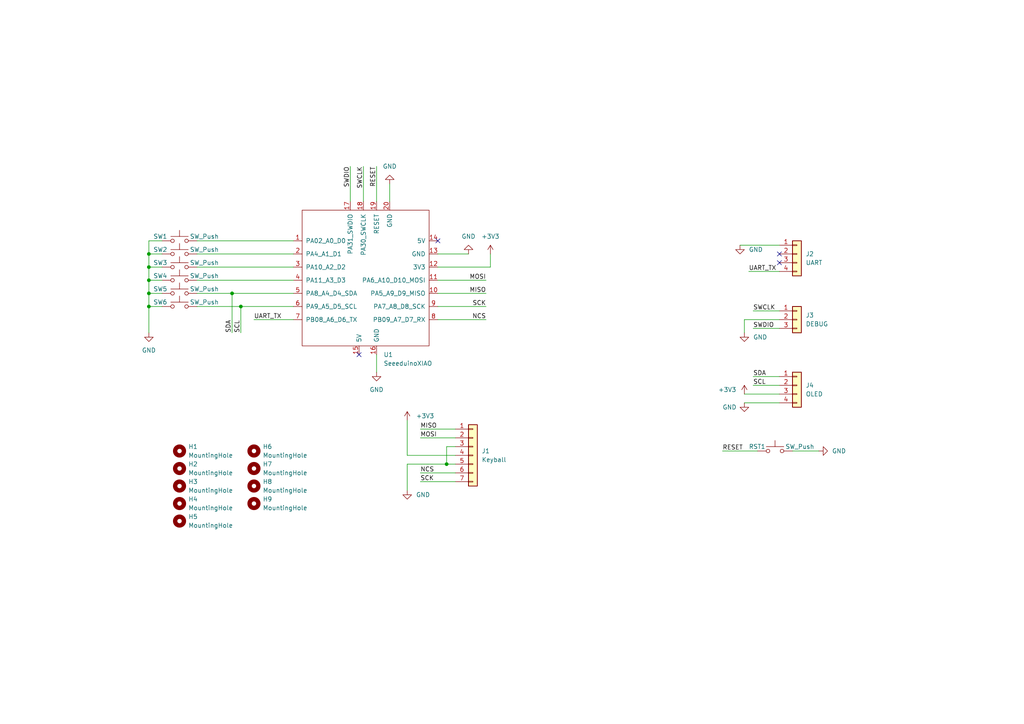
<source format=kicad_sch>
(kicad_sch (version 20211123) (generator eeschema)

  (uuid e63e39d7-6ac0-4ffd-8aa3-1841a4541b55)

  (paper "A4")

  (title_block
    (title "YUIOP/Pointing Device")
    (date "2023-01-09")
    (rev "1")
    (company "KaoriYa")
  )

  (lib_symbols
    (symbol "Connector_Generic:Conn_01x03" (pin_names (offset 1.016) hide) (in_bom yes) (on_board yes)
      (property "Reference" "J" (id 0) (at 0 5.08 0)
        (effects (font (size 1.27 1.27)))
      )
      (property "Value" "Conn_01x03" (id 1) (at 0 -5.08 0)
        (effects (font (size 1.27 1.27)))
      )
      (property "Footprint" "" (id 2) (at 0 0 0)
        (effects (font (size 1.27 1.27)) hide)
      )
      (property "Datasheet" "~" (id 3) (at 0 0 0)
        (effects (font (size 1.27 1.27)) hide)
      )
      (property "ki_keywords" "connector" (id 4) (at 0 0 0)
        (effects (font (size 1.27 1.27)) hide)
      )
      (property "ki_description" "Generic connector, single row, 01x03, script generated (kicad-library-utils/schlib/autogen/connector/)" (id 5) (at 0 0 0)
        (effects (font (size 1.27 1.27)) hide)
      )
      (property "ki_fp_filters" "Connector*:*_1x??_*" (id 6) (at 0 0 0)
        (effects (font (size 1.27 1.27)) hide)
      )
      (symbol "Conn_01x03_1_1"
        (rectangle (start -1.27 -2.413) (end 0 -2.667)
          (stroke (width 0.1524) (type default) (color 0 0 0 0))
          (fill (type none))
        )
        (rectangle (start -1.27 0.127) (end 0 -0.127)
          (stroke (width 0.1524) (type default) (color 0 0 0 0))
          (fill (type none))
        )
        (rectangle (start -1.27 2.667) (end 0 2.413)
          (stroke (width 0.1524) (type default) (color 0 0 0 0))
          (fill (type none))
        )
        (rectangle (start -1.27 3.81) (end 1.27 -3.81)
          (stroke (width 0.254) (type default) (color 0 0 0 0))
          (fill (type background))
        )
        (pin passive line (at -5.08 2.54 0) (length 3.81)
          (name "Pin_1" (effects (font (size 1.27 1.27))))
          (number "1" (effects (font (size 1.27 1.27))))
        )
        (pin passive line (at -5.08 0 0) (length 3.81)
          (name "Pin_2" (effects (font (size 1.27 1.27))))
          (number "2" (effects (font (size 1.27 1.27))))
        )
        (pin passive line (at -5.08 -2.54 0) (length 3.81)
          (name "Pin_3" (effects (font (size 1.27 1.27))))
          (number "3" (effects (font (size 1.27 1.27))))
        )
      )
    )
    (symbol "Connector_Generic:Conn_01x04" (pin_names (offset 1.016) hide) (in_bom yes) (on_board yes)
      (property "Reference" "J" (id 0) (at 0 5.08 0)
        (effects (font (size 1.27 1.27)))
      )
      (property "Value" "Conn_01x04" (id 1) (at 0 -7.62 0)
        (effects (font (size 1.27 1.27)))
      )
      (property "Footprint" "" (id 2) (at 0 0 0)
        (effects (font (size 1.27 1.27)) hide)
      )
      (property "Datasheet" "~" (id 3) (at 0 0 0)
        (effects (font (size 1.27 1.27)) hide)
      )
      (property "ki_keywords" "connector" (id 4) (at 0 0 0)
        (effects (font (size 1.27 1.27)) hide)
      )
      (property "ki_description" "Generic connector, single row, 01x04, script generated (kicad-library-utils/schlib/autogen/connector/)" (id 5) (at 0 0 0)
        (effects (font (size 1.27 1.27)) hide)
      )
      (property "ki_fp_filters" "Connector*:*_1x??_*" (id 6) (at 0 0 0)
        (effects (font (size 1.27 1.27)) hide)
      )
      (symbol "Conn_01x04_1_1"
        (rectangle (start -1.27 -4.953) (end 0 -5.207)
          (stroke (width 0.1524) (type default) (color 0 0 0 0))
          (fill (type none))
        )
        (rectangle (start -1.27 -2.413) (end 0 -2.667)
          (stroke (width 0.1524) (type default) (color 0 0 0 0))
          (fill (type none))
        )
        (rectangle (start -1.27 0.127) (end 0 -0.127)
          (stroke (width 0.1524) (type default) (color 0 0 0 0))
          (fill (type none))
        )
        (rectangle (start -1.27 2.667) (end 0 2.413)
          (stroke (width 0.1524) (type default) (color 0 0 0 0))
          (fill (type none))
        )
        (rectangle (start -1.27 3.81) (end 1.27 -6.35)
          (stroke (width 0.254) (type default) (color 0 0 0 0))
          (fill (type background))
        )
        (pin passive line (at -5.08 2.54 0) (length 3.81)
          (name "Pin_1" (effects (font (size 1.27 1.27))))
          (number "1" (effects (font (size 1.27 1.27))))
        )
        (pin passive line (at -5.08 0 0) (length 3.81)
          (name "Pin_2" (effects (font (size 1.27 1.27))))
          (number "2" (effects (font (size 1.27 1.27))))
        )
        (pin passive line (at -5.08 -2.54 0) (length 3.81)
          (name "Pin_3" (effects (font (size 1.27 1.27))))
          (number "3" (effects (font (size 1.27 1.27))))
        )
        (pin passive line (at -5.08 -5.08 0) (length 3.81)
          (name "Pin_4" (effects (font (size 1.27 1.27))))
          (number "4" (effects (font (size 1.27 1.27))))
        )
      )
    )
    (symbol "Connector_Generic:Conn_01x07" (pin_names (offset 1.016) hide) (in_bom yes) (on_board yes)
      (property "Reference" "J" (id 0) (at 0 10.16 0)
        (effects (font (size 1.27 1.27)))
      )
      (property "Value" "Conn_01x07" (id 1) (at 0 -10.16 0)
        (effects (font (size 1.27 1.27)))
      )
      (property "Footprint" "" (id 2) (at 0 0 0)
        (effects (font (size 1.27 1.27)) hide)
      )
      (property "Datasheet" "~" (id 3) (at 0 0 0)
        (effects (font (size 1.27 1.27)) hide)
      )
      (property "ki_keywords" "connector" (id 4) (at 0 0 0)
        (effects (font (size 1.27 1.27)) hide)
      )
      (property "ki_description" "Generic connector, single row, 01x07, script generated (kicad-library-utils/schlib/autogen/connector/)" (id 5) (at 0 0 0)
        (effects (font (size 1.27 1.27)) hide)
      )
      (property "ki_fp_filters" "Connector*:*_1x??_*" (id 6) (at 0 0 0)
        (effects (font (size 1.27 1.27)) hide)
      )
      (symbol "Conn_01x07_1_1"
        (rectangle (start -1.27 -7.493) (end 0 -7.747)
          (stroke (width 0.1524) (type default) (color 0 0 0 0))
          (fill (type none))
        )
        (rectangle (start -1.27 -4.953) (end 0 -5.207)
          (stroke (width 0.1524) (type default) (color 0 0 0 0))
          (fill (type none))
        )
        (rectangle (start -1.27 -2.413) (end 0 -2.667)
          (stroke (width 0.1524) (type default) (color 0 0 0 0))
          (fill (type none))
        )
        (rectangle (start -1.27 0.127) (end 0 -0.127)
          (stroke (width 0.1524) (type default) (color 0 0 0 0))
          (fill (type none))
        )
        (rectangle (start -1.27 2.667) (end 0 2.413)
          (stroke (width 0.1524) (type default) (color 0 0 0 0))
          (fill (type none))
        )
        (rectangle (start -1.27 5.207) (end 0 4.953)
          (stroke (width 0.1524) (type default) (color 0 0 0 0))
          (fill (type none))
        )
        (rectangle (start -1.27 7.747) (end 0 7.493)
          (stroke (width 0.1524) (type default) (color 0 0 0 0))
          (fill (type none))
        )
        (rectangle (start -1.27 8.89) (end 1.27 -8.89)
          (stroke (width 0.254) (type default) (color 0 0 0 0))
          (fill (type background))
        )
        (pin passive line (at -5.08 7.62 0) (length 3.81)
          (name "Pin_1" (effects (font (size 1.27 1.27))))
          (number "1" (effects (font (size 1.27 1.27))))
        )
        (pin passive line (at -5.08 5.08 0) (length 3.81)
          (name "Pin_2" (effects (font (size 1.27 1.27))))
          (number "2" (effects (font (size 1.27 1.27))))
        )
        (pin passive line (at -5.08 2.54 0) (length 3.81)
          (name "Pin_3" (effects (font (size 1.27 1.27))))
          (number "3" (effects (font (size 1.27 1.27))))
        )
        (pin passive line (at -5.08 0 0) (length 3.81)
          (name "Pin_4" (effects (font (size 1.27 1.27))))
          (number "4" (effects (font (size 1.27 1.27))))
        )
        (pin passive line (at -5.08 -2.54 0) (length 3.81)
          (name "Pin_5" (effects (font (size 1.27 1.27))))
          (number "5" (effects (font (size 1.27 1.27))))
        )
        (pin passive line (at -5.08 -5.08 0) (length 3.81)
          (name "Pin_6" (effects (font (size 1.27 1.27))))
          (number "6" (effects (font (size 1.27 1.27))))
        )
        (pin passive line (at -5.08 -7.62 0) (length 3.81)
          (name "Pin_7" (effects (font (size 1.27 1.27))))
          (number "7" (effects (font (size 1.27 1.27))))
        )
      )
    )
    (symbol "Mechanical:MountingHole" (pin_names (offset 1.016)) (in_bom yes) (on_board yes)
      (property "Reference" "H" (id 0) (at 0 5.08 0)
        (effects (font (size 1.27 1.27)))
      )
      (property "Value" "MountingHole" (id 1) (at 0 3.175 0)
        (effects (font (size 1.27 1.27)))
      )
      (property "Footprint" "" (id 2) (at 0 0 0)
        (effects (font (size 1.27 1.27)) hide)
      )
      (property "Datasheet" "~" (id 3) (at 0 0 0)
        (effects (font (size 1.27 1.27)) hide)
      )
      (property "ki_keywords" "mounting hole" (id 4) (at 0 0 0)
        (effects (font (size 1.27 1.27)) hide)
      )
      (property "ki_description" "Mounting Hole without connection" (id 5) (at 0 0 0)
        (effects (font (size 1.27 1.27)) hide)
      )
      (property "ki_fp_filters" "MountingHole*" (id 6) (at 0 0 0)
        (effects (font (size 1.27 1.27)) hide)
      )
      (symbol "MountingHole_0_1"
        (circle (center 0 0) (radius 1.27)
          (stroke (width 1.27) (type default) (color 0 0 0 0))
          (fill (type none))
        )
      )
    )
    (symbol "Seeeduino XIAO:SeeeduinoXIAO" (pin_names (offset 1.016)) (in_bom yes) (on_board yes)
      (property "Reference" "U" (id 0) (at -19.05 22.86 0)
        (effects (font (size 1.27 1.27)))
      )
      (property "Value" "SeeeduinoXIAO" (id 1) (at -12.7 21.59 0)
        (effects (font (size 1.27 1.27)))
      )
      (property "Footprint" "" (id 2) (at -8.89 5.08 0)
        (effects (font (size 1.27 1.27)) hide)
      )
      (property "Datasheet" "" (id 3) (at -8.89 5.08 0)
        (effects (font (size 1.27 1.27)) hide)
      )
      (symbol "SeeeduinoXIAO_0_1"
        (rectangle (start -19.05 20.32) (end 17.78 -19.05)
          (stroke (width 0) (type default) (color 0 0 0 0))
          (fill (type none))
        )
      )
      (symbol "SeeeduinoXIAO_1_1"
        (pin bidirectional line (at -21.59 11.43 0) (length 2.54)
          (name "PA02_A0_D0" (effects (font (size 1.27 1.27))))
          (number "1" (effects (font (size 1.27 1.27))))
        )
        (pin bidirectional line (at 20.32 -3.81 180) (length 2.54)
          (name "PA5_A9_D9_MISO" (effects (font (size 1.27 1.27))))
          (number "10" (effects (font (size 1.27 1.27))))
        )
        (pin bidirectional line (at 20.32 0 180) (length 2.54)
          (name "PA6_A10_D10_MOSI" (effects (font (size 1.27 1.27))))
          (number "11" (effects (font (size 1.27 1.27))))
        )
        (pin power_out line (at 20.32 3.81 180) (length 2.54)
          (name "3V3" (effects (font (size 1.27 1.27))))
          (number "12" (effects (font (size 1.27 1.27))))
        )
        (pin power_out line (at 20.32 7.62 180) (length 2.54)
          (name "GND" (effects (font (size 1.27 1.27))))
          (number "13" (effects (font (size 1.27 1.27))))
        )
        (pin power_out line (at 20.32 11.43 180) (length 2.54)
          (name "5V" (effects (font (size 1.27 1.27))))
          (number "14" (effects (font (size 1.27 1.27))))
        )
        (pin passive line (at -2.54 -21.59 90) (length 2.54)
          (name "5V" (effects (font (size 1.27 1.27))))
          (number "15" (effects (font (size 1.27 1.27))))
        )
        (pin passive line (at 2.54 -21.59 90) (length 2.54)
          (name "GND" (effects (font (size 1.27 1.27))))
          (number "16" (effects (font (size 1.27 1.27))))
        )
        (pin input line (at -5.08 22.86 270) (length 2.54)
          (name "PA31_SWDIO" (effects (font (size 1.27 1.27))))
          (number "17" (effects (font (size 1.27 1.27))))
        )
        (pin input line (at -1.27 22.86 270) (length 2.54)
          (name "PA30_SWCLK" (effects (font (size 1.27 1.27))))
          (number "18" (effects (font (size 1.27 1.27))))
        )
        (pin input line (at 2.54 22.86 270) (length 2.54)
          (name "RESET" (effects (font (size 1.27 1.27))))
          (number "19" (effects (font (size 1.27 1.27))))
        )
        (pin bidirectional line (at -21.59 7.62 0) (length 2.54)
          (name "PA4_A1_D1" (effects (font (size 1.27 1.27))))
          (number "2" (effects (font (size 1.27 1.27))))
        )
        (pin passive line (at 6.35 22.86 270) (length 2.54)
          (name "GND" (effects (font (size 1.27 1.27))))
          (number "20" (effects (font (size 1.27 1.27))))
        )
        (pin bidirectional line (at -21.59 3.81 0) (length 2.54)
          (name "PA10_A2_D2" (effects (font (size 1.27 1.27))))
          (number "3" (effects (font (size 1.27 1.27))))
        )
        (pin bidirectional line (at -21.59 0 0) (length 2.54)
          (name "PA11_A3_D3" (effects (font (size 1.27 1.27))))
          (number "4" (effects (font (size 1.27 1.27))))
        )
        (pin bidirectional line (at -21.59 -3.81 0) (length 2.54)
          (name "PA8_A4_D4_SDA" (effects (font (size 1.27 1.27))))
          (number "5" (effects (font (size 1.27 1.27))))
        )
        (pin bidirectional line (at -21.59 -7.62 0) (length 2.54)
          (name "PA9_A5_D5_SCL" (effects (font (size 1.27 1.27))))
          (number "6" (effects (font (size 1.27 1.27))))
        )
        (pin bidirectional line (at -21.59 -11.43 0) (length 2.54)
          (name "PB08_A6_D6_TX" (effects (font (size 1.27 1.27))))
          (number "7" (effects (font (size 1.27 1.27))))
        )
        (pin bidirectional line (at 20.32 -11.43 180) (length 2.54)
          (name "PB09_A7_D7_RX" (effects (font (size 1.27 1.27))))
          (number "8" (effects (font (size 1.27 1.27))))
        )
        (pin bidirectional line (at 20.32 -7.62 180) (length 2.54)
          (name "PA7_A8_D8_SCK" (effects (font (size 1.27 1.27))))
          (number "9" (effects (font (size 1.27 1.27))))
        )
      )
    )
    (symbol "Switch:SW_Push" (pin_numbers hide) (pin_names (offset 1.016) hide) (in_bom yes) (on_board yes)
      (property "Reference" "SW" (id 0) (at 1.27 2.54 0)
        (effects (font (size 1.27 1.27)) (justify left))
      )
      (property "Value" "SW_Push" (id 1) (at 0 -1.524 0)
        (effects (font (size 1.27 1.27)))
      )
      (property "Footprint" "" (id 2) (at 0 5.08 0)
        (effects (font (size 1.27 1.27)) hide)
      )
      (property "Datasheet" "~" (id 3) (at 0 5.08 0)
        (effects (font (size 1.27 1.27)) hide)
      )
      (property "ki_keywords" "switch normally-open pushbutton push-button" (id 4) (at 0 0 0)
        (effects (font (size 1.27 1.27)) hide)
      )
      (property "ki_description" "Push button switch, generic, two pins" (id 5) (at 0 0 0)
        (effects (font (size 1.27 1.27)) hide)
      )
      (symbol "SW_Push_0_1"
        (circle (center -2.032 0) (radius 0.508)
          (stroke (width 0) (type default) (color 0 0 0 0))
          (fill (type none))
        )
        (polyline
          (pts
            (xy 0 1.27)
            (xy 0 3.048)
          )
          (stroke (width 0) (type default) (color 0 0 0 0))
          (fill (type none))
        )
        (polyline
          (pts
            (xy 2.54 1.27)
            (xy -2.54 1.27)
          )
          (stroke (width 0) (type default) (color 0 0 0 0))
          (fill (type none))
        )
        (circle (center 2.032 0) (radius 0.508)
          (stroke (width 0) (type default) (color 0 0 0 0))
          (fill (type none))
        )
        (pin passive line (at -5.08 0 0) (length 2.54)
          (name "1" (effects (font (size 1.27 1.27))))
          (number "1" (effects (font (size 1.27 1.27))))
        )
        (pin passive line (at 5.08 0 180) (length 2.54)
          (name "2" (effects (font (size 1.27 1.27))))
          (number "2" (effects (font (size 1.27 1.27))))
        )
      )
    )
    (symbol "power:+3.3V" (power) (pin_names (offset 0)) (in_bom yes) (on_board yes)
      (property "Reference" "#PWR" (id 0) (at 0 -3.81 0)
        (effects (font (size 1.27 1.27)) hide)
      )
      (property "Value" "+3.3V" (id 1) (at 0 3.556 0)
        (effects (font (size 1.27 1.27)))
      )
      (property "Footprint" "" (id 2) (at 0 0 0)
        (effects (font (size 1.27 1.27)) hide)
      )
      (property "Datasheet" "" (id 3) (at 0 0 0)
        (effects (font (size 1.27 1.27)) hide)
      )
      (property "ki_keywords" "power-flag" (id 4) (at 0 0 0)
        (effects (font (size 1.27 1.27)) hide)
      )
      (property "ki_description" "Power symbol creates a global label with name \"+3.3V\"" (id 5) (at 0 0 0)
        (effects (font (size 1.27 1.27)) hide)
      )
      (symbol "+3.3V_0_1"
        (polyline
          (pts
            (xy -0.762 1.27)
            (xy 0 2.54)
          )
          (stroke (width 0) (type default) (color 0 0 0 0))
          (fill (type none))
        )
        (polyline
          (pts
            (xy 0 0)
            (xy 0 2.54)
          )
          (stroke (width 0) (type default) (color 0 0 0 0))
          (fill (type none))
        )
        (polyline
          (pts
            (xy 0 2.54)
            (xy 0.762 1.27)
          )
          (stroke (width 0) (type default) (color 0 0 0 0))
          (fill (type none))
        )
      )
      (symbol "+3.3V_1_1"
        (pin power_in line (at 0 0 90) (length 0) hide
          (name "+3V3" (effects (font (size 1.27 1.27))))
          (number "1" (effects (font (size 1.27 1.27))))
        )
      )
    )
    (symbol "power:GND" (power) (pin_names (offset 0)) (in_bom yes) (on_board yes)
      (property "Reference" "#PWR" (id 0) (at 0 -6.35 0)
        (effects (font (size 1.27 1.27)) hide)
      )
      (property "Value" "GND" (id 1) (at 0 -3.81 0)
        (effects (font (size 1.27 1.27)))
      )
      (property "Footprint" "" (id 2) (at 0 0 0)
        (effects (font (size 1.27 1.27)) hide)
      )
      (property "Datasheet" "" (id 3) (at 0 0 0)
        (effects (font (size 1.27 1.27)) hide)
      )
      (property "ki_keywords" "power-flag" (id 4) (at 0 0 0)
        (effects (font (size 1.27 1.27)) hide)
      )
      (property "ki_description" "Power symbol creates a global label with name \"GND\" , ground" (id 5) (at 0 0 0)
        (effects (font (size 1.27 1.27)) hide)
      )
      (symbol "GND_0_1"
        (polyline
          (pts
            (xy 0 0)
            (xy 0 -1.27)
            (xy 1.27 -1.27)
            (xy 0 -2.54)
            (xy -1.27 -1.27)
            (xy 0 -1.27)
          )
          (stroke (width 0) (type default) (color 0 0 0 0))
          (fill (type none))
        )
      )
      (symbol "GND_1_1"
        (pin power_in line (at 0 0 270) (length 0) hide
          (name "GND" (effects (font (size 1.27 1.27))))
          (number "1" (effects (font (size 1.27 1.27))))
        )
      )
    )
  )

  (junction (at 67.31 85.09) (diameter 0) (color 0 0 0 0)
    (uuid 378a93fc-0d77-4c8d-9e01-735b07cfbbca)
  )
  (junction (at 69.85 88.9) (diameter 0) (color 0 0 0 0)
    (uuid 4d3ddf57-eeda-4147-a97e-a71a65476799)
  )
  (junction (at 43.18 81.28) (diameter 0) (color 0 0 0 0)
    (uuid 72a60773-fb53-48f9-a0c1-b7662530b9c6)
  )
  (junction (at 43.18 85.09) (diameter 0) (color 0 0 0 0)
    (uuid 9c7a4017-ef63-48a1-82ed-356c1f07808a)
  )
  (junction (at 43.18 73.66) (diameter 0) (color 0 0 0 0)
    (uuid a63fa092-b51d-4769-9900-3d186d0d2341)
  )
  (junction (at 129.54 134.62) (diameter 0) (color 0 0 0 0)
    (uuid dc6eeb0d-5778-4ee0-9336-98c770561600)
  )
  (junction (at 43.18 88.9) (diameter 0) (color 0 0 0 0)
    (uuid e835ed3c-19a3-4d2a-a04f-d4de5b5a0402)
  )
  (junction (at 43.18 77.47) (diameter 0) (color 0 0 0 0)
    (uuid ece4f2d6-da35-4f73-a392-20b15cb113cb)
  )

  (no_connect (at 104.14 102.87) (uuid 0a36ee82-75f1-43a0-99fc-2cdeea7d1c1c))
  (no_connect (at 226.06 76.2) (uuid 0b1ac5fd-a661-4dfa-ad1e-aa47cb34536a))
  (no_connect (at 127 69.85) (uuid 0f5ea72f-df2e-4f0f-8456-f8b5d2c7d982))
  (no_connect (at 226.06 73.66) (uuid 5ade8494-9692-47c3-b9cc-200688c31a79))

  (wire (pts (xy 129.54 134.62) (xy 132.08 134.62))
    (stroke (width 0) (type default) (color 0 0 0 0))
    (uuid 04f8a683-d9f4-470b-b943-b367d724faf0)
  )
  (wire (pts (xy 127 81.28) (xy 140.97 81.28))
    (stroke (width 0) (type default) (color 0 0 0 0))
    (uuid 058eefd2-7cea-42dd-9096-ad0a8ac5a1b9)
  )
  (wire (pts (xy 118.11 134.62) (xy 129.54 134.62))
    (stroke (width 0) (type default) (color 0 0 0 0))
    (uuid 0fa79783-2a83-4ddf-abad-1288fc5f086b)
  )
  (wire (pts (xy 109.22 48.26) (xy 109.22 58.42))
    (stroke (width 0) (type default) (color 0 0 0 0))
    (uuid 12bae1af-1031-4bf4-bc80-65c6ace01024)
  )
  (wire (pts (xy 43.18 69.85) (xy 46.99 69.85))
    (stroke (width 0) (type default) (color 0 0 0 0))
    (uuid 1d1bfc39-c5dc-4c98-8688-306b8d82e0fe)
  )
  (wire (pts (xy 127 88.9) (xy 140.97 88.9))
    (stroke (width 0) (type default) (color 0 0 0 0))
    (uuid 21e46ce2-bf6c-43c1-9fdf-ca7848b8cb0f)
  )
  (wire (pts (xy 43.18 88.9) (xy 43.18 96.52))
    (stroke (width 0) (type default) (color 0 0 0 0))
    (uuid 23bcd657-c8c2-45be-9553-aec48d999cee)
  )
  (wire (pts (xy 43.18 77.47) (xy 43.18 73.66))
    (stroke (width 0) (type default) (color 0 0 0 0))
    (uuid 272b8f9b-509b-4334-9203-94dd2c774c71)
  )
  (wire (pts (xy 69.85 88.9) (xy 69.85 96.52))
    (stroke (width 0) (type default) (color 0 0 0 0))
    (uuid 2d9398e3-d669-418a-acdc-c33a050f67a9)
  )
  (wire (pts (xy 127 92.71) (xy 140.97 92.71))
    (stroke (width 0) (type default) (color 0 0 0 0))
    (uuid 312803dd-1d16-4c4e-8d8a-81ad7652923d)
  )
  (wire (pts (xy 214.63 71.12) (xy 226.06 71.12))
    (stroke (width 0) (type default) (color 0 0 0 0))
    (uuid 31fbc509-064a-4a10-9857-0c5c5da53bd2)
  )
  (wire (pts (xy 215.9 96.52) (xy 215.9 92.71))
    (stroke (width 0) (type default) (color 0 0 0 0))
    (uuid 338be107-01a5-43e3-b62e-77301a84b3b5)
  )
  (wire (pts (xy 215.9 116.84) (xy 226.06 116.84))
    (stroke (width 0) (type default) (color 0 0 0 0))
    (uuid 35d7ba63-ee57-44ef-b718-2214fa66ee12)
  )
  (wire (pts (xy 118.11 121.92) (xy 118.11 132.08))
    (stroke (width 0) (type default) (color 0 0 0 0))
    (uuid 37a7325a-9a7e-402e-aa13-cd5cb94f03ba)
  )
  (wire (pts (xy 121.92 139.7) (xy 132.08 139.7))
    (stroke (width 0) (type default) (color 0 0 0 0))
    (uuid 3907b815-6593-4040-b995-f9ccf99cb2f4)
  )
  (wire (pts (xy 218.44 90.17) (xy 226.06 90.17))
    (stroke (width 0) (type default) (color 0 0 0 0))
    (uuid 3d2796a1-bb9f-4fd5-a9b6-278a071708d6)
  )
  (wire (pts (xy 57.15 81.28) (xy 85.09 81.28))
    (stroke (width 0) (type default) (color 0 0 0 0))
    (uuid 43ccb305-0c8d-4883-bf2f-4b5bd90b3542)
  )
  (wire (pts (xy 57.15 88.9) (xy 69.85 88.9))
    (stroke (width 0) (type default) (color 0 0 0 0))
    (uuid 4927c0b6-4f9b-4f9d-b923-1b513e0d00d5)
  )
  (wire (pts (xy 57.15 77.47) (xy 85.09 77.47))
    (stroke (width 0) (type default) (color 0 0 0 0))
    (uuid 4d76d039-2c78-4e3c-88fa-048a144bb756)
  )
  (wire (pts (xy 109.22 107.95) (xy 109.22 102.87))
    (stroke (width 0) (type default) (color 0 0 0 0))
    (uuid 50d99407-e336-4e8c-bc76-b44e03170db3)
  )
  (wire (pts (xy 43.18 73.66) (xy 46.99 73.66))
    (stroke (width 0) (type default) (color 0 0 0 0))
    (uuid 51a2bf65-23cb-4b7d-b16a-74de8b84817f)
  )
  (wire (pts (xy 121.92 137.16) (xy 132.08 137.16))
    (stroke (width 0) (type default) (color 0 0 0 0))
    (uuid 5aeba9c8-62ad-4eb0-832e-766fa11c2efd)
  )
  (wire (pts (xy 218.44 111.76) (xy 226.06 111.76))
    (stroke (width 0) (type default) (color 0 0 0 0))
    (uuid 5d26ab4a-a4ae-4422-9f30-afdcaba07c32)
  )
  (wire (pts (xy 69.85 88.9) (xy 85.09 88.9))
    (stroke (width 0) (type default) (color 0 0 0 0))
    (uuid 5fec5323-deb1-41a6-97ba-e7046195b822)
  )
  (wire (pts (xy 218.44 95.25) (xy 226.06 95.25))
    (stroke (width 0) (type default) (color 0 0 0 0))
    (uuid 6487d3c2-2ca6-4cfe-a3b9-c6a6bca36f18)
  )
  (wire (pts (xy 113.03 53.34) (xy 113.03 58.42))
    (stroke (width 0) (type default) (color 0 0 0 0))
    (uuid 6864b391-3266-4d12-9f94-cc124760125c)
  )
  (wire (pts (xy 57.15 85.09) (xy 67.31 85.09))
    (stroke (width 0) (type default) (color 0 0 0 0))
    (uuid 7626a145-bae9-46c2-8a12-3520cf9dd257)
  )
  (wire (pts (xy 46.99 88.9) (xy 43.18 88.9))
    (stroke (width 0) (type default) (color 0 0 0 0))
    (uuid 79c08026-e043-485d-9cf2-ed54432774e2)
  )
  (wire (pts (xy 43.18 88.9) (xy 43.18 85.09))
    (stroke (width 0) (type default) (color 0 0 0 0))
    (uuid 79c5e425-33f6-43ef-b680-6b245655e7b0)
  )
  (wire (pts (xy 129.54 129.54) (xy 129.54 134.62))
    (stroke (width 0) (type default) (color 0 0 0 0))
    (uuid 7a14ca6d-e947-4fbe-b46e-003aca454e05)
  )
  (wire (pts (xy 67.31 85.09) (xy 67.31 96.52))
    (stroke (width 0) (type default) (color 0 0 0 0))
    (uuid 7c089409-447a-460b-a7c9-a3ce1d9aab4d)
  )
  (wire (pts (xy 121.92 124.46) (xy 132.08 124.46))
    (stroke (width 0) (type default) (color 0 0 0 0))
    (uuid 7ea81248-e54c-4e30-8f05-1c864ba4edb1)
  )
  (wire (pts (xy 57.15 73.66) (xy 85.09 73.66))
    (stroke (width 0) (type default) (color 0 0 0 0))
    (uuid 86cf8995-8aa3-4c6a-a7d4-6837f8788306)
  )
  (wire (pts (xy 43.18 73.66) (xy 43.18 69.85))
    (stroke (width 0) (type default) (color 0 0 0 0))
    (uuid 8867861e-66c4-43d7-a638-6d94a860d3ea)
  )
  (wire (pts (xy 209.55 130.81) (xy 219.71 130.81))
    (stroke (width 0) (type default) (color 0 0 0 0))
    (uuid 93b899ad-2626-4c0b-9f48-745d2c68f72c)
  )
  (wire (pts (xy 43.18 81.28) (xy 43.18 77.47))
    (stroke (width 0) (type default) (color 0 0 0 0))
    (uuid 986f78bc-632a-4725-81f2-02d794445cf9)
  )
  (wire (pts (xy 142.24 77.47) (xy 142.24 73.66))
    (stroke (width 0) (type default) (color 0 0 0 0))
    (uuid 9bf4934d-8fb9-4871-b6e2-2adad7e4b4bc)
  )
  (wire (pts (xy 218.44 109.22) (xy 226.06 109.22))
    (stroke (width 0) (type default) (color 0 0 0 0))
    (uuid 9f95ad0c-e1ad-4a1e-ac2e-ab257fe80636)
  )
  (wire (pts (xy 43.18 85.09) (xy 46.99 85.09))
    (stroke (width 0) (type default) (color 0 0 0 0))
    (uuid a586c989-7a0a-438c-ac42-d452ffad0627)
  )
  (wire (pts (xy 215.9 92.71) (xy 226.06 92.71))
    (stroke (width 0) (type default) (color 0 0 0 0))
    (uuid a735c7e9-40bd-4ff7-975d-a56c871b5436)
  )
  (wire (pts (xy 118.11 142.24) (xy 118.11 134.62))
    (stroke (width 0) (type default) (color 0 0 0 0))
    (uuid aa74ddf8-3423-4c0d-8636-d2a6cd775b1c)
  )
  (wire (pts (xy 121.92 127) (xy 132.08 127))
    (stroke (width 0) (type default) (color 0 0 0 0))
    (uuid aeccd457-2a5f-42f9-b34e-58997a487a37)
  )
  (wire (pts (xy 127 77.47) (xy 142.24 77.47))
    (stroke (width 0) (type default) (color 0 0 0 0))
    (uuid bb623f16-5015-4405-8535-b426b5469c0c)
  )
  (wire (pts (xy 215.9 114.3) (xy 226.06 114.3))
    (stroke (width 0) (type default) (color 0 0 0 0))
    (uuid bb809ba7-6199-413e-9012-b765840e8163)
  )
  (wire (pts (xy 105.41 48.26) (xy 105.41 58.42))
    (stroke (width 0) (type default) (color 0 0 0 0))
    (uuid c5db5088-430c-48fc-b025-16a64033f64e)
  )
  (wire (pts (xy 57.15 69.85) (xy 85.09 69.85))
    (stroke (width 0) (type default) (color 0 0 0 0))
    (uuid ccec0b7c-ea7b-466b-98b3-31ddbf9055bf)
  )
  (wire (pts (xy 43.18 85.09) (xy 43.18 81.28))
    (stroke (width 0) (type default) (color 0 0 0 0))
    (uuid cdb968da-1896-4cb8-ad26-3f3401158b46)
  )
  (wire (pts (xy 43.18 77.47) (xy 46.99 77.47))
    (stroke (width 0) (type default) (color 0 0 0 0))
    (uuid cdc7a6ff-ece7-42b3-803b-93f5bfe3e3b9)
  )
  (wire (pts (xy 67.31 85.09) (xy 85.09 85.09))
    (stroke (width 0) (type default) (color 0 0 0 0))
    (uuid d42df398-8bc1-4bce-a1b7-434fd8cc2ca2)
  )
  (wire (pts (xy 118.11 132.08) (xy 132.08 132.08))
    (stroke (width 0) (type default) (color 0 0 0 0))
    (uuid d6628cc4-b0f3-4a45-b872-3c6b3f89bfee)
  )
  (wire (pts (xy 43.18 81.28) (xy 46.99 81.28))
    (stroke (width 0) (type default) (color 0 0 0 0))
    (uuid d74b97cb-3846-486a-8bca-50b350e6620f)
  )
  (wire (pts (xy 217.17 78.74) (xy 226.06 78.74))
    (stroke (width 0) (type default) (color 0 0 0 0))
    (uuid df07d75a-7bb0-4031-b40b-3d383c745b5a)
  )
  (wire (pts (xy 73.66 92.71) (xy 85.09 92.71))
    (stroke (width 0) (type default) (color 0 0 0 0))
    (uuid e0ba8e79-a40c-451d-ba99-eeffcd068227)
  )
  (wire (pts (xy 127 85.09) (xy 140.97 85.09))
    (stroke (width 0) (type default) (color 0 0 0 0))
    (uuid e0e6631f-308a-4717-ac41-fec891796090)
  )
  (wire (pts (xy 132.08 129.54) (xy 129.54 129.54))
    (stroke (width 0) (type default) (color 0 0 0 0))
    (uuid e7d094e8-45fa-41a4-9cd0-d67cba877311)
  )
  (wire (pts (xy 127 73.66) (xy 135.89 73.66))
    (stroke (width 0) (type default) (color 0 0 0 0))
    (uuid ea01c4be-a7d9-4a5d-b349-89df0b0170eb)
  )
  (wire (pts (xy 229.87 130.81) (xy 237.49 130.81))
    (stroke (width 0) (type default) (color 0 0 0 0))
    (uuid f3f4c7f2-de1d-45e3-bea4-e9662432cc2f)
  )
  (wire (pts (xy 101.6 48.26) (xy 101.6 58.42))
    (stroke (width 0) (type default) (color 0 0 0 0))
    (uuid fdff8034-a77e-479b-89b2-da7a3afadd0c)
  )

  (label "SCK" (at 121.92 139.7 0)
    (effects (font (size 1.27 1.27)) (justify left bottom))
    (uuid 10f6876f-0cd2-4188-bcea-27c872195da2)
  )
  (label "SWDIO" (at 101.6 48.26 270)
    (effects (font (size 1.27 1.27)) (justify right bottom))
    (uuid 37b29e7a-585d-4530-b2bf-0b24674157e6)
  )
  (label "RESET" (at 209.55 130.81 0)
    (effects (font (size 1.27 1.27)) (justify left bottom))
    (uuid 5420ee0c-b1bd-4342-a7be-4e49ed01f510)
  )
  (label "SCL" (at 218.44 111.76 0)
    (effects (font (size 1.27 1.27)) (justify left bottom))
    (uuid 62dfaf99-65e6-4203-9b58-b46a892ec8c4)
  )
  (label "UART_TX" (at 73.66 92.71 0)
    (effects (font (size 1.27 1.27)) (justify left bottom))
    (uuid 773d00f3-9f9c-4964-9d74-7f399cf6e6cd)
  )
  (label "SWCLK" (at 218.44 90.17 0)
    (effects (font (size 1.27 1.27)) (justify left bottom))
    (uuid 841e3d0b-f860-42ac-a716-bb7f47902b74)
  )
  (label "SWCLK" (at 105.41 48.26 270)
    (effects (font (size 1.27 1.27)) (justify right bottom))
    (uuid 87cf37f8-29ad-4de8-ad28-4398b25b92e0)
  )
  (label "SDA" (at 67.31 96.52 90)
    (effects (font (size 1.27 1.27)) (justify left bottom))
    (uuid 88395bc6-56cc-4725-8eae-1797c6ddd369)
  )
  (label "MOSI" (at 140.97 81.28 180)
    (effects (font (size 1.27 1.27)) (justify right bottom))
    (uuid 8d1e119e-7648-4a88-b370-7d4451d41775)
  )
  (label "MISO" (at 121.92 124.46 0)
    (effects (font (size 1.27 1.27)) (justify left bottom))
    (uuid 9118d4e3-ce59-4229-82b1-e33cf766a559)
  )
  (label "MISO" (at 140.97 85.09 180)
    (effects (font (size 1.27 1.27)) (justify right bottom))
    (uuid a4aeeede-9401-4376-befa-4f76a42bd25a)
  )
  (label "SCK" (at 140.97 88.9 180)
    (effects (font (size 1.27 1.27)) (justify right bottom))
    (uuid ac39d191-a184-431e-aac0-ea881ee70d70)
  )
  (label "SDA" (at 218.44 109.22 0)
    (effects (font (size 1.27 1.27)) (justify left bottom))
    (uuid bf9c6320-6e01-407e-b4d9-fc6487f1bdfa)
  )
  (label "SWDIO" (at 218.44 95.25 0)
    (effects (font (size 1.27 1.27)) (justify left bottom))
    (uuid c4f8f3d0-747f-460d-82a4-b4adc8bd9bd8)
  )
  (label "MOSI" (at 121.92 127 0)
    (effects (font (size 1.27 1.27)) (justify left bottom))
    (uuid cae7bc84-ed11-4a83-8508-2b22fd271aea)
  )
  (label "NCS" (at 140.97 92.71 180)
    (effects (font (size 1.27 1.27)) (justify right bottom))
    (uuid ce7267e5-1e42-49bc-bd64-b8465f0941cc)
  )
  (label "SCL" (at 69.85 96.52 90)
    (effects (font (size 1.27 1.27)) (justify left bottom))
    (uuid d571dfe6-2cb5-438c-b5fe-38679cd9a68a)
  )
  (label "NCS" (at 121.92 137.16 0)
    (effects (font (size 1.27 1.27)) (justify left bottom))
    (uuid dabfd1b4-f9a9-4cbe-81e8-41bf176ea89b)
  )
  (label "UART_TX" (at 217.17 78.74 0)
    (effects (font (size 1.27 1.27)) (justify left bottom))
    (uuid ddc3343a-b2bc-433c-bbce-b0621401992c)
  )
  (label "RESET" (at 109.22 48.26 270)
    (effects (font (size 1.27 1.27)) (justify right bottom))
    (uuid ec6c01f6-558a-4711-be93-ceddddf9e2d4)
  )

  (symbol (lib_id "power:GND") (at 214.63 71.12 0) (unit 1)
    (in_bom yes) (on_board yes) (fields_autoplaced)
    (uuid 085caa9a-9a9c-4c23-964c-c4290424ef73)
    (property "Reference" "#PWR08" (id 0) (at 214.63 77.47 0)
      (effects (font (size 1.27 1.27)) hide)
    )
    (property "Value" "GND" (id 1) (at 217.17 72.3899 0)
      (effects (font (size 1.27 1.27)) (justify left))
    )
    (property "Footprint" "" (id 2) (at 214.63 71.12 0)
      (effects (font (size 1.27 1.27)) hide)
    )
    (property "Datasheet" "" (id 3) (at 214.63 71.12 0)
      (effects (font (size 1.27 1.27)) hide)
    )
    (pin "1" (uuid 906e41ef-4de7-4199-9f40-2b8442c2d050))
  )

  (symbol (lib_id "power:GND") (at 215.9 116.84 0) (unit 1)
    (in_bom yes) (on_board yes)
    (uuid 0c590783-9061-4a85-b7f8-08abfe1138da)
    (property "Reference" "#PWR?" (id 0) (at 215.9 123.19 0)
      (effects (font (size 1.27 1.27)) hide)
    )
    (property "Value" "GND" (id 1) (at 209.55 118.11 0)
      (effects (font (size 1.27 1.27)) (justify left))
    )
    (property "Footprint" "" (id 2) (at 215.9 116.84 0)
      (effects (font (size 1.27 1.27)) hide)
    )
    (property "Datasheet" "" (id 3) (at 215.9 116.84 0)
      (effects (font (size 1.27 1.27)) hide)
    )
    (pin "1" (uuid d03253a2-e6f4-4d21-88d2-74dede150ff9))
  )

  (symbol (lib_id "Connector_Generic:Conn_01x04") (at 231.14 111.76 0) (unit 1)
    (in_bom yes) (on_board yes) (fields_autoplaced)
    (uuid 0ccba58d-e7c5-4563-807a-43c19d9a37df)
    (property "Reference" "J4" (id 0) (at 233.68 111.7599 0)
      (effects (font (size 1.27 1.27)) (justify left))
    )
    (property "Value" "OLED" (id 1) (at 233.68 114.2999 0)
      (effects (font (size 1.27 1.27)) (justify left))
    )
    (property "Footprint" "yuiop:OLED_128x32" (id 2) (at 231.14 111.76 0)
      (effects (font (size 1.27 1.27)) hide)
    )
    (property "Datasheet" "~" (id 3) (at 231.14 111.76 0)
      (effects (font (size 1.27 1.27)) hide)
    )
    (pin "1" (uuid ee480fb0-00b2-4dc4-b6ad-114d598b0a74))
    (pin "2" (uuid 8c5b845b-15f9-4eb8-8f01-4401ed7864a5))
    (pin "3" (uuid c0f19eaa-df4a-4cfd-9146-292b7f7d1465))
    (pin "4" (uuid 4a232748-6df4-4b9d-b176-4e8f2d6d0b29))
  )

  (symbol (lib_id "power:GND") (at 215.9 96.52 0) (unit 1)
    (in_bom yes) (on_board yes) (fields_autoplaced)
    (uuid 27eb9fe6-a7f2-4344-a2b4-0f8594f220eb)
    (property "Reference" "#PWR010" (id 0) (at 215.9 102.87 0)
      (effects (font (size 1.27 1.27)) hide)
    )
    (property "Value" "GND" (id 1) (at 218.44 97.7899 0)
      (effects (font (size 1.27 1.27)) (justify left))
    )
    (property "Footprint" "" (id 2) (at 215.9 96.52 0)
      (effects (font (size 1.27 1.27)) hide)
    )
    (property "Datasheet" "" (id 3) (at 215.9 96.52 0)
      (effects (font (size 1.27 1.27)) hide)
    )
    (pin "1" (uuid 4ec3cc6e-614a-4b69-84ae-2fe6c79c4752))
  )

  (symbol (lib_id "Connector_Generic:Conn_01x04") (at 231.14 73.66 0) (unit 1)
    (in_bom yes) (on_board yes) (fields_autoplaced)
    (uuid 2abc8331-6740-40a3-ab24-610bd13d6dab)
    (property "Reference" "J2" (id 0) (at 233.68 73.6599 0)
      (effects (font (size 1.27 1.27)) (justify left))
    )
    (property "Value" "UART" (id 1) (at 233.68 76.1999 0)
      (effects (font (size 1.27 1.27)) (justify left))
    )
    (property "Footprint" "Connector_PinHeader_2.54mm:PinHeader_1x04_P2.54mm_Vertical" (id 2) (at 231.14 73.66 0)
      (effects (font (size 1.27 1.27)) hide)
    )
    (property "Datasheet" "~" (id 3) (at 231.14 73.66 0)
      (effects (font (size 1.27 1.27)) hide)
    )
    (pin "1" (uuid 2a1282f6-f534-4350-a1b2-2141f787deba))
    (pin "2" (uuid 3031f8d0-3894-4aec-8edd-b36e19304272))
    (pin "3" (uuid 1e719359-eae2-48bd-8cb0-48a42fdbfbd5))
    (pin "4" (uuid 0d417265-fc19-4289-80b3-480999dd58e0))
  )

  (symbol (lib_id "Mechanical:MountingHole") (at 73.66 135.89 0) (unit 1)
    (in_bom yes) (on_board yes) (fields_autoplaced)
    (uuid 31c9194b-2717-4e4e-8cbd-f2ac51541a94)
    (property "Reference" "H7" (id 0) (at 76.2 134.6199 0)
      (effects (font (size 1.27 1.27)) (justify left))
    )
    (property "Value" "MountingHole" (id 1) (at 76.2 137.1599 0)
      (effects (font (size 1.27 1.27)) (justify left))
    )
    (property "Footprint" "MountingHole:MountingHole_2.1mm" (id 2) (at 73.66 135.89 0)
      (effects (font (size 1.27 1.27)) hide)
    )
    (property "Datasheet" "~" (id 3) (at 73.66 135.89 0)
      (effects (font (size 1.27 1.27)) hide)
    )
  )

  (symbol (lib_id "Switch:SW_Push") (at 52.07 73.66 0) (unit 1)
    (in_bom yes) (on_board yes)
    (uuid 37ca830b-3946-4abe-ae91-50f735131f35)
    (property "Reference" "SW2" (id 0) (at 44.45 72.39 0)
      (effects (font (size 1.27 1.27)) (justify left))
    )
    (property "Value" "SW_Push" (id 1) (at 63.5 72.39 0)
      (effects (font (size 1.27 1.27)) (justify right))
    )
    (property "Footprint" "yuiop:SW_PUSH-12mm" (id 2) (at 52.07 68.58 0)
      (effects (font (size 1.27 1.27)) hide)
    )
    (property "Datasheet" "~" (id 3) (at 52.07 68.58 0)
      (effects (font (size 1.27 1.27)) hide)
    )
    (pin "1" (uuid 1ee86499-ea61-42cd-a554-d312a886379e))
    (pin "2" (uuid 28aa3360-85c4-4a50-8692-b847efc42d81))
  )

  (symbol (lib_id "Mechanical:MountingHole") (at 52.07 151.13 0) (unit 1)
    (in_bom yes) (on_board yes) (fields_autoplaced)
    (uuid 39ea8e29-0ec6-4fa5-8583-d656ac94d88e)
    (property "Reference" "H5" (id 0) (at 54.61 149.8599 0)
      (effects (font (size 1.27 1.27)) (justify left))
    )
    (property "Value" "MountingHole" (id 1) (at 54.61 152.3999 0)
      (effects (font (size 1.27 1.27)) (justify left))
    )
    (property "Footprint" "MountingHole:MountingHole_2.1mm" (id 2) (at 52.07 151.13 0)
      (effects (font (size 1.27 1.27)) hide)
    )
    (property "Datasheet" "~" (id 3) (at 52.07 151.13 0)
      (effects (font (size 1.27 1.27)) hide)
    )
  )

  (symbol (lib_id "Switch:SW_Push") (at 52.07 77.47 0) (unit 1)
    (in_bom yes) (on_board yes)
    (uuid 3fddf6f3-bd4b-4961-bcfd-c69ae551a82f)
    (property "Reference" "SW3" (id 0) (at 44.45 76.2 0)
      (effects (font (size 1.27 1.27)) (justify left))
    )
    (property "Value" "SW_Push" (id 1) (at 63.5 76.2 0)
      (effects (font (size 1.27 1.27)) (justify right))
    )
    (property "Footprint" "yuiop:SW_PUSH-12mm" (id 2) (at 52.07 72.39 0)
      (effects (font (size 1.27 1.27)) hide)
    )
    (property "Datasheet" "~" (id 3) (at 52.07 72.39 0)
      (effects (font (size 1.27 1.27)) hide)
    )
    (pin "1" (uuid 5c697cf7-6ba5-47c4-96d7-bf093aadbb99))
    (pin "2" (uuid eba231e3-e5d3-4761-8730-277a60ba5ee3))
  )

  (symbol (lib_id "Connector_Generic:Conn_01x03") (at 231.14 92.71 0) (unit 1)
    (in_bom yes) (on_board yes) (fields_autoplaced)
    (uuid 43c0608b-a3be-4b4c-817d-e03ca1ad7749)
    (property "Reference" "J3" (id 0) (at 233.68 91.4399 0)
      (effects (font (size 1.27 1.27)) (justify left))
    )
    (property "Value" "DEBUG" (id 1) (at 233.68 93.9799 0)
      (effects (font (size 1.27 1.27)) (justify left))
    )
    (property "Footprint" "Connector_PinHeader_2.54mm:PinHeader_1x03_P2.54mm_Vertical" (id 2) (at 231.14 92.71 0)
      (effects (font (size 1.27 1.27)) hide)
    )
    (property "Datasheet" "~" (id 3) (at 231.14 92.71 0)
      (effects (font (size 1.27 1.27)) hide)
    )
    (pin "1" (uuid d4dbc494-6d93-47dc-bc72-756d698c087f))
    (pin "2" (uuid 38ab1fdb-c2e3-48bf-b03c-d1adf470c7f6))
    (pin "3" (uuid 0735e292-addf-4fc2-b1e2-2df357c23bc0))
  )

  (symbol (lib_id "Mechanical:MountingHole") (at 52.07 140.97 0) (unit 1)
    (in_bom yes) (on_board yes) (fields_autoplaced)
    (uuid 5e3bbe23-574c-42ff-9e2a-f4dcde18a61c)
    (property "Reference" "H3" (id 0) (at 54.61 139.6999 0)
      (effects (font (size 1.27 1.27)) (justify left))
    )
    (property "Value" "MountingHole" (id 1) (at 54.61 142.2399 0)
      (effects (font (size 1.27 1.27)) (justify left))
    )
    (property "Footprint" "MountingHole:MountingHole_2.1mm" (id 2) (at 52.07 140.97 0)
      (effects (font (size 1.27 1.27)) hide)
    )
    (property "Datasheet" "~" (id 3) (at 52.07 140.97 0)
      (effects (font (size 1.27 1.27)) hide)
    )
  )

  (symbol (lib_id "power:GND") (at 43.18 96.52 0) (unit 1)
    (in_bom yes) (on_board yes) (fields_autoplaced)
    (uuid 5f75835e-af75-4fac-ad37-47cbdf540132)
    (property "Reference" "#PWR07" (id 0) (at 43.18 102.87 0)
      (effects (font (size 1.27 1.27)) hide)
    )
    (property "Value" "GND" (id 1) (at 43.18 101.6 0))
    (property "Footprint" "" (id 2) (at 43.18 96.52 0)
      (effects (font (size 1.27 1.27)) hide)
    )
    (property "Datasheet" "" (id 3) (at 43.18 96.52 0)
      (effects (font (size 1.27 1.27)) hide)
    )
    (pin "1" (uuid 3fc39f10-2ae0-4fd2-9e6b-dff5dc417131))
  )

  (symbol (lib_id "Switch:SW_Push") (at 52.07 88.9 0) (unit 1)
    (in_bom yes) (on_board yes)
    (uuid 726f5566-d3cd-4fce-a70e-000e69f304bb)
    (property "Reference" "SW6" (id 0) (at 44.45 87.63 0)
      (effects (font (size 1.27 1.27)) (justify left))
    )
    (property "Value" "SW_Push" (id 1) (at 63.5 87.63 0)
      (effects (font (size 1.27 1.27)) (justify right))
    )
    (property "Footprint" "yuiop:SW_PUSH-12mm" (id 2) (at 52.07 83.82 0)
      (effects (font (size 1.27 1.27)) hide)
    )
    (property "Datasheet" "~" (id 3) (at 52.07 83.82 0)
      (effects (font (size 1.27 1.27)) hide)
    )
    (pin "1" (uuid 074053b6-e07c-4ba8-85f8-848ab95db668))
    (pin "2" (uuid 84dbf4c8-db6e-488f-a839-c519a17b91ba))
  )

  (symbol (lib_id "power:+3.3V") (at 142.24 73.66 0) (unit 1)
    (in_bom yes) (on_board yes) (fields_autoplaced)
    (uuid 7b987af7-a1af-4fe0-b7b8-61ea1d2fff21)
    (property "Reference" "#PWR05" (id 0) (at 142.24 77.47 0)
      (effects (font (size 1.27 1.27)) hide)
    )
    (property "Value" "+3.3V" (id 1) (at 142.24 68.58 0))
    (property "Footprint" "" (id 2) (at 142.24 73.66 0)
      (effects (font (size 1.27 1.27)) hide)
    )
    (property "Datasheet" "" (id 3) (at 142.24 73.66 0)
      (effects (font (size 1.27 1.27)) hide)
    )
    (pin "1" (uuid 19efc3ac-4df5-4651-ab7b-0deb24170696))
  )

  (symbol (lib_id "power:GND") (at 109.22 107.95 0) (unit 1)
    (in_bom yes) (on_board yes)
    (uuid 7fc08f7c-e60d-469b-83a9-deaf32b4d580)
    (property "Reference" "#PWR09" (id 0) (at 109.22 114.3 0)
      (effects (font (size 1.27 1.27)) hide)
    )
    (property "Value" "GND" (id 1) (at 109.22 113.03 0))
    (property "Footprint" "" (id 2) (at 109.22 107.95 0)
      (effects (font (size 1.27 1.27)) hide)
    )
    (property "Datasheet" "" (id 3) (at 109.22 107.95 0)
      (effects (font (size 1.27 1.27)) hide)
    )
    (pin "1" (uuid 448feb40-dba7-41a8-9fe8-36de1e0695b1))
  )

  (symbol (lib_id "Connector_Generic:Conn_01x07") (at 137.16 132.08 0) (unit 1)
    (in_bom yes) (on_board yes) (fields_autoplaced)
    (uuid 859b4f81-8868-47ef-bbdd-f9c59b9c802d)
    (property "Reference" "J1" (id 0) (at 139.7 130.8099 0)
      (effects (font (size 1.27 1.27)) (justify left))
    )
    (property "Value" "Keyball" (id 1) (at 139.7 133.3499 0)
      (effects (font (size 1.27 1.27)) (justify left))
    )
    (property "Footprint" "yuiop:KeyballSensor_on_PCB" (id 2) (at 137.16 132.08 0)
      (effects (font (size 1.27 1.27)) hide)
    )
    (property "Datasheet" "~" (id 3) (at 137.16 132.08 0)
      (effects (font (size 1.27 1.27)) hide)
    )
    (pin "1" (uuid 97ad7dbd-f481-45db-9b3b-7102a2062e97))
    (pin "2" (uuid 56f61727-30ed-463f-ab12-58afef12d563))
    (pin "3" (uuid b644b92c-83a3-4402-a87c-a1636e79c13a))
    (pin "4" (uuid c600fc6e-0afc-47f7-9393-573225c28d16))
    (pin "5" (uuid 59cb3358-aed1-482c-91e1-1d13b3d90d6f))
    (pin "6" (uuid 3e1870d8-ab4c-4ebe-8e28-7fb16ae28585))
    (pin "7" (uuid 3898bb04-cfe5-49c7-ad3c-2bf7b21209b0))
  )

  (symbol (lib_id "power:+3.3V") (at 215.9 114.3 0) (unit 1)
    (in_bom yes) (on_board yes)
    (uuid 86383b33-c9d7-4c7e-b0a9-6216ac0ca782)
    (property "Reference" "#PWR?" (id 0) (at 215.9 118.11 0)
      (effects (font (size 1.27 1.27)) hide)
    )
    (property "Value" "+3.3V" (id 1) (at 208.28 113.03 0)
      (effects (font (size 1.27 1.27)) (justify left))
    )
    (property "Footprint" "" (id 2) (at 215.9 114.3 0)
      (effects (font (size 1.27 1.27)) hide)
    )
    (property "Datasheet" "" (id 3) (at 215.9 114.3 0)
      (effects (font (size 1.27 1.27)) hide)
    )
    (pin "1" (uuid ef5da167-a8e5-43a1-b2b5-37369eca218a))
  )

  (symbol (lib_id "power:GND") (at 113.03 53.34 180) (unit 1)
    (in_bom yes) (on_board yes) (fields_autoplaced)
    (uuid 8b3c79f2-9c53-4b8a-ab82-9011ae640525)
    (property "Reference" "#PWR01" (id 0) (at 113.03 46.99 0)
      (effects (font (size 1.27 1.27)) hide)
    )
    (property "Value" "GND" (id 1) (at 113.03 48.26 0))
    (property "Footprint" "" (id 2) (at 113.03 53.34 0)
      (effects (font (size 1.27 1.27)) hide)
    )
    (property "Datasheet" "" (id 3) (at 113.03 53.34 0)
      (effects (font (size 1.27 1.27)) hide)
    )
    (pin "1" (uuid a9e5b429-f8f6-4f06-b389-ab11fad0df10))
  )

  (symbol (lib_id "Mechanical:MountingHole") (at 73.66 146.05 0) (unit 1)
    (in_bom yes) (on_board yes) (fields_autoplaced)
    (uuid 8ca05e0f-f83e-4e55-9312-cc18e34e6afd)
    (property "Reference" "H9" (id 0) (at 76.2 144.7799 0)
      (effects (font (size 1.27 1.27)) (justify left))
    )
    (property "Value" "MountingHole" (id 1) (at 76.2 147.3199 0)
      (effects (font (size 1.27 1.27)) (justify left))
    )
    (property "Footprint" "MountingHole:MountingHole_2.1mm" (id 2) (at 73.66 146.05 0)
      (effects (font (size 1.27 1.27)) hide)
    )
    (property "Datasheet" "~" (id 3) (at 73.66 146.05 0)
      (effects (font (size 1.27 1.27)) hide)
    )
  )

  (symbol (lib_id "power:GND") (at 237.49 130.81 90) (unit 1)
    (in_bom yes) (on_board yes) (fields_autoplaced)
    (uuid 8f4e8386-3cbc-40d5-a426-96003cf9c108)
    (property "Reference" "#PWR03" (id 0) (at 243.84 130.81 0)
      (effects (font (size 1.27 1.27)) hide)
    )
    (property "Value" "GND" (id 1) (at 241.3 130.8099 90)
      (effects (font (size 1.27 1.27)) (justify right))
    )
    (property "Footprint" "" (id 2) (at 237.49 130.81 0)
      (effects (font (size 1.27 1.27)) hide)
    )
    (property "Datasheet" "" (id 3) (at 237.49 130.81 0)
      (effects (font (size 1.27 1.27)) hide)
    )
    (pin "1" (uuid d0554ec3-9e0c-495d-a29b-fcb8c7f57712))
  )

  (symbol (lib_id "Switch:SW_Push") (at 52.07 85.09 0) (unit 1)
    (in_bom yes) (on_board yes)
    (uuid 8fbb45b1-a641-443e-ad9d-8eac9ee21ead)
    (property "Reference" "SW5" (id 0) (at 44.45 83.82 0)
      (effects (font (size 1.27 1.27)) (justify left))
    )
    (property "Value" "SW_Push" (id 1) (at 63.5 83.82 0)
      (effects (font (size 1.27 1.27)) (justify right))
    )
    (property "Footprint" "yuiop:SW_PUSH-12mm" (id 2) (at 52.07 80.01 0)
      (effects (font (size 1.27 1.27)) hide)
    )
    (property "Datasheet" "~" (id 3) (at 52.07 80.01 0)
      (effects (font (size 1.27 1.27)) hide)
    )
    (pin "1" (uuid f56cf387-764e-4cf2-8b27-628ccf355f64))
    (pin "2" (uuid cf12cfe9-ed28-4d01-a872-e9f49ebc5e52))
  )

  (symbol (lib_id "power:GND") (at 135.89 73.66 180) (unit 1)
    (in_bom yes) (on_board yes) (fields_autoplaced)
    (uuid 93251b03-1df0-4398-8b80-ab28e0839e71)
    (property "Reference" "#PWR04" (id 0) (at 135.89 67.31 0)
      (effects (font (size 1.27 1.27)) hide)
    )
    (property "Value" "GND" (id 1) (at 135.89 68.58 0))
    (property "Footprint" "" (id 2) (at 135.89 73.66 0)
      (effects (font (size 1.27 1.27)) hide)
    )
    (property "Datasheet" "" (id 3) (at 135.89 73.66 0)
      (effects (font (size 1.27 1.27)) hide)
    )
    (pin "1" (uuid af61cc58-03ff-4fa0-bd87-39ade8aed7cd))
  )

  (symbol (lib_id "Mechanical:MountingHole") (at 52.07 146.05 0) (unit 1)
    (in_bom yes) (on_board yes) (fields_autoplaced)
    (uuid 9c5923d9-311b-4380-babe-fa1496378b0c)
    (property "Reference" "H4" (id 0) (at 54.61 144.7799 0)
      (effects (font (size 1.27 1.27)) (justify left))
    )
    (property "Value" "MountingHole" (id 1) (at 54.61 147.3199 0)
      (effects (font (size 1.27 1.27)) (justify left))
    )
    (property "Footprint" "MountingHole:MountingHole_2.1mm" (id 2) (at 52.07 146.05 0)
      (effects (font (size 1.27 1.27)) hide)
    )
    (property "Datasheet" "~" (id 3) (at 52.07 146.05 0)
      (effects (font (size 1.27 1.27)) hide)
    )
  )

  (symbol (lib_id "Mechanical:MountingHole") (at 52.07 130.81 0) (unit 1)
    (in_bom yes) (on_board yes)
    (uuid ae249e7e-c862-45c2-9d10-1c0bc2d59dc2)
    (property "Reference" "H1" (id 0) (at 54.61 129.5399 0)
      (effects (font (size 1.27 1.27)) (justify left))
    )
    (property "Value" "MountingHole" (id 1) (at 54.61 132.0799 0)
      (effects (font (size 1.27 1.27)) (justify left))
    )
    (property "Footprint" "MountingHole:MountingHole_2.1mm" (id 2) (at 52.07 130.81 0)
      (effects (font (size 1.27 1.27)) hide)
    )
    (property "Datasheet" "~" (id 3) (at 52.07 130.81 0)
      (effects (font (size 1.27 1.27)) hide)
    )
  )

  (symbol (lib_id "Mechanical:MountingHole") (at 52.07 135.89 0) (unit 1)
    (in_bom yes) (on_board yes) (fields_autoplaced)
    (uuid b411f08b-9ff0-48a5-8e0d-78bfee6a7b58)
    (property "Reference" "H2" (id 0) (at 54.61 134.6199 0)
      (effects (font (size 1.27 1.27)) (justify left))
    )
    (property "Value" "MountingHole" (id 1) (at 54.61 137.1599 0)
      (effects (font (size 1.27 1.27)) (justify left))
    )
    (property "Footprint" "MountingHole:MountingHole_2.1mm" (id 2) (at 52.07 135.89 0)
      (effects (font (size 1.27 1.27)) hide)
    )
    (property "Datasheet" "~" (id 3) (at 52.07 135.89 0)
      (effects (font (size 1.27 1.27)) hide)
    )
  )

  (symbol (lib_id "Switch:SW_Push") (at 52.07 69.85 0) (unit 1)
    (in_bom yes) (on_board yes)
    (uuid c2330663-55c7-4aca-a3ca-75e2dc2f61c0)
    (property "Reference" "SW1" (id 0) (at 44.45 68.58 0)
      (effects (font (size 1.27 1.27)) (justify left))
    )
    (property "Value" "SW_Push" (id 1) (at 63.5 68.58 0)
      (effects (font (size 1.27 1.27)) (justify right))
    )
    (property "Footprint" "yuiop:SW_PUSH-12mm" (id 2) (at 52.07 64.77 0)
      (effects (font (size 1.27 1.27)) hide)
    )
    (property "Datasheet" "~" (id 3) (at 52.07 64.77 0)
      (effects (font (size 1.27 1.27)) hide)
    )
    (pin "1" (uuid 9869c2ec-68df-43ba-9641-a363b9f334d2))
    (pin "2" (uuid af510903-25d9-4e3a-85fb-8ebdbc07a427))
  )

  (symbol (lib_id "Mechanical:MountingHole") (at 73.66 130.81 0) (unit 1)
    (in_bom yes) (on_board yes) (fields_autoplaced)
    (uuid c976a384-4574-48a8-95b3-389f100b0740)
    (property "Reference" "H6" (id 0) (at 76.2 129.5399 0)
      (effects (font (size 1.27 1.27)) (justify left))
    )
    (property "Value" "MountingHole" (id 1) (at 76.2 132.0799 0)
      (effects (font (size 1.27 1.27)) (justify left))
    )
    (property "Footprint" "MountingHole:MountingHole_2.1mm" (id 2) (at 73.66 130.81 0)
      (effects (font (size 1.27 1.27)) hide)
    )
    (property "Datasheet" "~" (id 3) (at 73.66 130.81 0)
      (effects (font (size 1.27 1.27)) hide)
    )
  )

  (symbol (lib_id "Switch:SW_Push") (at 52.07 81.28 0) (unit 1)
    (in_bom yes) (on_board yes)
    (uuid d5e3c9ce-7547-444a-ae34-609ca9b7b627)
    (property "Reference" "SW4" (id 0) (at 44.45 80.01 0)
      (effects (font (size 1.27 1.27)) (justify left))
    )
    (property "Value" "SW_Push" (id 1) (at 63.5 80.01 0)
      (effects (font (size 1.27 1.27)) (justify right))
    )
    (property "Footprint" "yuiop:SW_PUSH-12mm" (id 2) (at 52.07 76.2 0)
      (effects (font (size 1.27 1.27)) hide)
    )
    (property "Datasheet" "~" (id 3) (at 52.07 76.2 0)
      (effects (font (size 1.27 1.27)) hide)
    )
    (pin "1" (uuid 170ffee0-afdb-4058-bdd3-ce8df9926ac7))
    (pin "2" (uuid 68432fe1-f47d-4433-91a9-f2315552c4c3))
  )

  (symbol (lib_id "Mechanical:MountingHole") (at 73.66 140.97 0) (unit 1)
    (in_bom yes) (on_board yes) (fields_autoplaced)
    (uuid e1bd0b1d-a4fa-474a-a191-1f1a580e7d4b)
    (property "Reference" "H8" (id 0) (at 76.2 139.6999 0)
      (effects (font (size 1.27 1.27)) (justify left))
    )
    (property "Value" "MountingHole" (id 1) (at 76.2 142.2399 0)
      (effects (font (size 1.27 1.27)) (justify left))
    )
    (property "Footprint" "MountingHole:MountingHole_2.1mm" (id 2) (at 73.66 140.97 0)
      (effects (font (size 1.27 1.27)) hide)
    )
    (property "Datasheet" "~" (id 3) (at 73.66 140.97 0)
      (effects (font (size 1.27 1.27)) hide)
    )
  )

  (symbol (lib_id "Switch:SW_Push") (at 224.79 130.81 0) (unit 1)
    (in_bom yes) (on_board yes)
    (uuid e35ddeb9-3570-4ed1-b018-327b10285fd9)
    (property "Reference" "RST1" (id 0) (at 217.17 129.54 0)
      (effects (font (size 1.27 1.27)) (justify left))
    )
    (property "Value" "SW_Push" (id 1) (at 236.22 129.54 0)
      (effects (font (size 1.27 1.27)) (justify right))
    )
    (property "Footprint" "yuiop:ResetSW_2_1side" (id 2) (at 224.79 125.73 0)
      (effects (font (size 1.27 1.27)) hide)
    )
    (property "Datasheet" "~" (id 3) (at 224.79 125.73 0)
      (effects (font (size 1.27 1.27)) hide)
    )
    (pin "1" (uuid bafecd27-7870-40fc-8818-8c3cd1dd9609))
    (pin "2" (uuid 2ad2478b-7700-46e4-be79-4e70cf3b445f))
  )

  (symbol (lib_id "power:+3.3V") (at 118.11 121.92 0) (unit 1)
    (in_bom yes) (on_board yes) (fields_autoplaced)
    (uuid e5c30417-d536-4cb6-b8ce-6f9bd0f49506)
    (property "Reference" "#PWR02" (id 0) (at 118.11 125.73 0)
      (effects (font (size 1.27 1.27)) hide)
    )
    (property "Value" "+3.3V" (id 1) (at 120.65 120.6499 0)
      (effects (font (size 1.27 1.27)) (justify left))
    )
    (property "Footprint" "" (id 2) (at 118.11 121.92 0)
      (effects (font (size 1.27 1.27)) hide)
    )
    (property "Datasheet" "" (id 3) (at 118.11 121.92 0)
      (effects (font (size 1.27 1.27)) hide)
    )
    (pin "1" (uuid 3504c6df-aaaf-4780-ac7b-47c4c100913e))
  )

  (symbol (lib_id "power:GND") (at 118.11 142.24 0) (unit 1)
    (in_bom yes) (on_board yes) (fields_autoplaced)
    (uuid eed69846-a9a6-4545-aa60-ad3744eb9128)
    (property "Reference" "#PWR06" (id 0) (at 118.11 148.59 0)
      (effects (font (size 1.27 1.27)) hide)
    )
    (property "Value" "GND" (id 1) (at 120.65 143.5099 0)
      (effects (font (size 1.27 1.27)) (justify left))
    )
    (property "Footprint" "" (id 2) (at 118.11 142.24 0)
      (effects (font (size 1.27 1.27)) hide)
    )
    (property "Datasheet" "" (id 3) (at 118.11 142.24 0)
      (effects (font (size 1.27 1.27)) hide)
    )
    (pin "1" (uuid bf202814-bd10-4c46-9e1b-dc7b617fecc0))
  )

  (symbol (lib_id "Seeeduino XIAO:SeeeduinoXIAO") (at 106.68 81.28 0) (unit 1)
    (in_bom yes) (on_board yes) (fields_autoplaced)
    (uuid fd52bb66-cf0b-440d-959a-9636eecb92ba)
    (property "Reference" "U1" (id 0) (at 111.2394 102.87 0)
      (effects (font (size 1.27 1.27)) (justify left))
    )
    (property "Value" "SeeeduinoXIAO" (id 1) (at 111.2394 105.41 0)
      (effects (font (size 1.27 1.27)) (justify left))
    )
    (property "Footprint" "Seeeduino XIAO KICAD:Seeeduino XIAO-MOUDLE14P-2.54-21X17.8MM-TH" (id 2) (at 97.79 76.2 0)
      (effects (font (size 1.27 1.27)) hide)
    )
    (property "Datasheet" "" (id 3) (at 97.79 76.2 0)
      (effects (font (size 1.27 1.27)) hide)
    )
    (pin "1" (uuid 503057d5-d3a5-4fa5-9b92-844fcdc1753d))
    (pin "10" (uuid ae02da25-2431-45bd-84ed-b1bdac7f40a0))
    (pin "11" (uuid ed712f5c-7257-4d8f-920b-1b16df09008c))
    (pin "12" (uuid 274289ab-7437-4808-a2f1-adc731198796))
    (pin "13" (uuid 48da603c-3b48-40e9-abe2-5ae5563277dd))
    (pin "14" (uuid 4a6e9174-6e87-4508-914b-4379ba34813f))
    (pin "15" (uuid 62206fcb-2f19-41a3-9539-b2f3b31c8ee9))
    (pin "16" (uuid 0d3c1407-015b-4cab-aeef-fcd15d489ef9))
    (pin "17" (uuid ea1f20a5-5de0-4012-8d3b-2a75ba6872c6))
    (pin "18" (uuid 5f116c06-dc46-4fca-a48f-766c0f05b075))
    (pin "19" (uuid 7dafc474-91e3-46fb-9534-df2b6230c0e1))
    (pin "2" (uuid c6005919-288e-4ee2-9bb5-bceda9e11399))
    (pin "20" (uuid 1061b364-8875-49ba-83f6-2984056377f9))
    (pin "3" (uuid 7e0cd9cf-db97-4b3b-b75b-111b9ee0fdf8))
    (pin "4" (uuid d34d999b-88a8-4779-b708-9b2ee6d186f1))
    (pin "5" (uuid 1e92ef11-1496-49b7-ab91-dcce1d85fdf2))
    (pin "6" (uuid 8b146785-4b40-4cfa-8941-fc4627d5a619))
    (pin "7" (uuid f31dbaf8-287a-4cc9-ae9d-4f303c37ecb9))
    (pin "8" (uuid 99824fba-bbb0-4d5a-9622-005c43e27922))
    (pin "9" (uuid 3956a4fa-24e6-4728-9b60-485d0629ad96))
  )

  (sheet_instances
    (path "/" (page "1"))
  )

  (symbol_instances
    (path "/8b3c79f2-9c53-4b8a-ab82-9011ae640525"
      (reference "#PWR01") (unit 1) (value "GND") (footprint "")
    )
    (path "/e5c30417-d536-4cb6-b8ce-6f9bd0f49506"
      (reference "#PWR02") (unit 1) (value "+3.3V") (footprint "")
    )
    (path "/8f4e8386-3cbc-40d5-a426-96003cf9c108"
      (reference "#PWR03") (unit 1) (value "GND") (footprint "")
    )
    (path "/93251b03-1df0-4398-8b80-ab28e0839e71"
      (reference "#PWR04") (unit 1) (value "GND") (footprint "")
    )
    (path "/7b987af7-a1af-4fe0-b7b8-61ea1d2fff21"
      (reference "#PWR05") (unit 1) (value "+3.3V") (footprint "")
    )
    (path "/eed69846-a9a6-4545-aa60-ad3744eb9128"
      (reference "#PWR06") (unit 1) (value "GND") (footprint "")
    )
    (path "/5f75835e-af75-4fac-ad37-47cbdf540132"
      (reference "#PWR07") (unit 1) (value "GND") (footprint "")
    )
    (path "/085caa9a-9a9c-4c23-964c-c4290424ef73"
      (reference "#PWR08") (unit 1) (value "GND") (footprint "")
    )
    (path "/7fc08f7c-e60d-469b-83a9-deaf32b4d580"
      (reference "#PWR09") (unit 1) (value "GND") (footprint "")
    )
    (path "/27eb9fe6-a7f2-4344-a2b4-0f8594f220eb"
      (reference "#PWR010") (unit 1) (value "GND") (footprint "")
    )
    (path "/0c590783-9061-4a85-b7f8-08abfe1138da"
      (reference "#PWR?") (unit 1) (value "GND") (footprint "")
    )
    (path "/86383b33-c9d7-4c7e-b0a9-6216ac0ca782"
      (reference "#PWR?") (unit 1) (value "+3.3V") (footprint "")
    )
    (path "/ae249e7e-c862-45c2-9d10-1c0bc2d59dc2"
      (reference "H1") (unit 1) (value "MountingHole") (footprint "MountingHole:MountingHole_2.1mm")
    )
    (path "/b411f08b-9ff0-48a5-8e0d-78bfee6a7b58"
      (reference "H2") (unit 1) (value "MountingHole") (footprint "MountingHole:MountingHole_2.1mm")
    )
    (path "/5e3bbe23-574c-42ff-9e2a-f4dcde18a61c"
      (reference "H3") (unit 1) (value "MountingHole") (footprint "MountingHole:MountingHole_2.1mm")
    )
    (path "/9c5923d9-311b-4380-babe-fa1496378b0c"
      (reference "H4") (unit 1) (value "MountingHole") (footprint "MountingHole:MountingHole_2.1mm")
    )
    (path "/39ea8e29-0ec6-4fa5-8583-d656ac94d88e"
      (reference "H5") (unit 1) (value "MountingHole") (footprint "MountingHole:MountingHole_2.1mm")
    )
    (path "/c976a384-4574-48a8-95b3-389f100b0740"
      (reference "H6") (unit 1) (value "MountingHole") (footprint "MountingHole:MountingHole_2.1mm")
    )
    (path "/31c9194b-2717-4e4e-8cbd-f2ac51541a94"
      (reference "H7") (unit 1) (value "MountingHole") (footprint "MountingHole:MountingHole_2.1mm")
    )
    (path "/e1bd0b1d-a4fa-474a-a191-1f1a580e7d4b"
      (reference "H8") (unit 1) (value "MountingHole") (footprint "MountingHole:MountingHole_2.1mm")
    )
    (path "/8ca05e0f-f83e-4e55-9312-cc18e34e6afd"
      (reference "H9") (unit 1) (value "MountingHole") (footprint "MountingHole:MountingHole_2.1mm")
    )
    (path "/859b4f81-8868-47ef-bbdd-f9c59b9c802d"
      (reference "J1") (unit 1) (value "Keyball") (footprint "yuiop:KeyballSensor_on_PCB")
    )
    (path "/2abc8331-6740-40a3-ab24-610bd13d6dab"
      (reference "J2") (unit 1) (value "UART") (footprint "Connector_PinHeader_2.54mm:PinHeader_1x04_P2.54mm_Vertical")
    )
    (path "/43c0608b-a3be-4b4c-817d-e03ca1ad7749"
      (reference "J3") (unit 1) (value "DEBUG") (footprint "Connector_PinHeader_2.54mm:PinHeader_1x03_P2.54mm_Vertical")
    )
    (path "/0ccba58d-e7c5-4563-807a-43c19d9a37df"
      (reference "J4") (unit 1) (value "OLED") (footprint "yuiop:OLED_128x32")
    )
    (path "/e35ddeb9-3570-4ed1-b018-327b10285fd9"
      (reference "RST1") (unit 1) (value "SW_Push") (footprint "yuiop:ResetSW_2_1side")
    )
    (path "/c2330663-55c7-4aca-a3ca-75e2dc2f61c0"
      (reference "SW1") (unit 1) (value "SW_Push") (footprint "yuiop:SW_PUSH-12mm")
    )
    (path "/37ca830b-3946-4abe-ae91-50f735131f35"
      (reference "SW2") (unit 1) (value "SW_Push") (footprint "yuiop:SW_PUSH-12mm")
    )
    (path "/3fddf6f3-bd4b-4961-bcfd-c69ae551a82f"
      (reference "SW3") (unit 1) (value "SW_Push") (footprint "yuiop:SW_PUSH-12mm")
    )
    (path "/d5e3c9ce-7547-444a-ae34-609ca9b7b627"
      (reference "SW4") (unit 1) (value "SW_Push") (footprint "yuiop:SW_PUSH-12mm")
    )
    (path "/8fbb45b1-a641-443e-ad9d-8eac9ee21ead"
      (reference "SW5") (unit 1) (value "SW_Push") (footprint "yuiop:SW_PUSH-12mm")
    )
    (path "/726f5566-d3cd-4fce-a70e-000e69f304bb"
      (reference "SW6") (unit 1) (value "SW_Push") (footprint "yuiop:SW_PUSH-12mm")
    )
    (path "/fd52bb66-cf0b-440d-959a-9636eecb92ba"
      (reference "U1") (unit 1) (value "SeeeduinoXIAO") (footprint "Seeeduino XIAO KICAD:Seeeduino XIAO-MOUDLE14P-2.54-21X17.8MM-TH")
    )
  )
)

</source>
